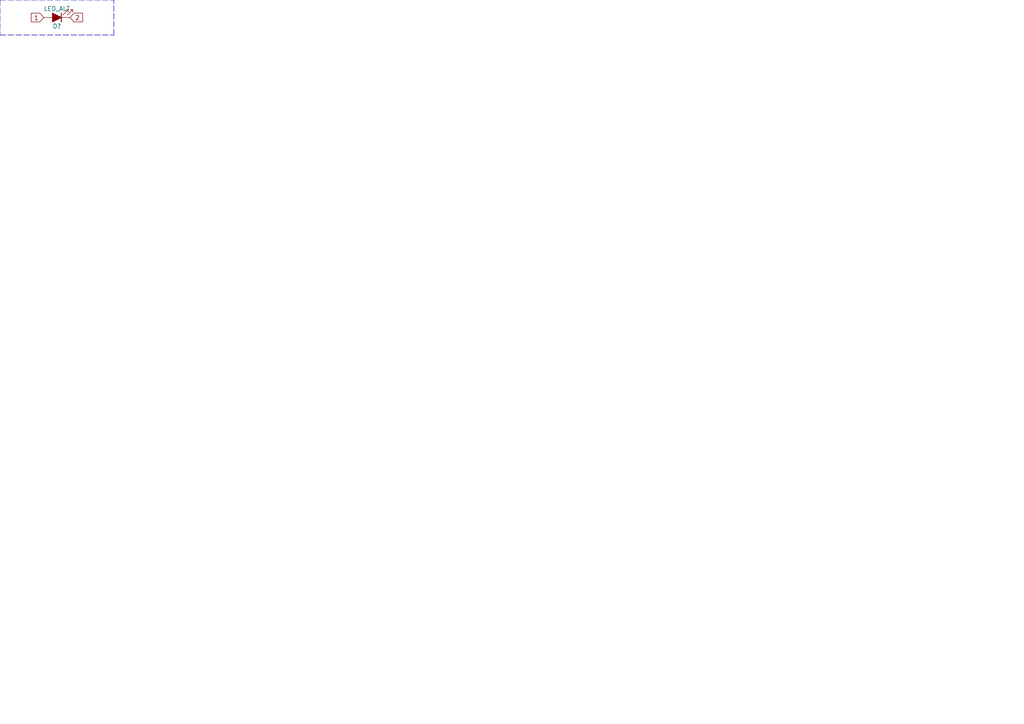
<source format=kicad_sch>
(kicad_sch (version 20201015) (generator eeschema)
  (paper "A4")
  (lib_symbols
    (symbol "Device:LED_ALT" (pin_numbers hide) (pin_names (offset 1.016) hide)
      (property "Reference" "D" (at 0 2.54 0))
      (property "Value" "LED_ALT" (at 0 -2.54 0))
      (symbol "LED_ALT_0_1"
        (polyline (pts (xy -1.27 -1.27) (xy -1.27 1.27)) (stroke (width 0.254)))
        (polyline (pts (xy -1.27 0) (xy 1.27 0)))
        (polyline (pts (xy 1.27 -1.27) (xy 1.27 1.27) (xy -1.27 0) (xy 1.27 -1.27)) (stroke (width 0.254)) (fill (type outline)))
        (polyline (pts (xy -3.048 -0.762) (xy -4.572 -2.286) (xy -3.81 -2.286) (xy -4.572 -2.286) (xy -4.572 -1.524)))
        (polyline (pts (xy -1.778 -0.762) (xy -3.302 -2.286) (xy -2.54 -2.286) (xy -3.302 -2.286) (xy -3.302 -1.524)))
      )
      (symbol "LED_ALT_1_1"
        (pin passive line (at -3.81 0 0) (length 2.54) (name "K") (number "1"))
        (pin passive line (at 3.81 0 180) (length 2.54) (name "A") (number "2"))
      )
    )
  )
  (polyline (pts (xy 0 0) (xy 0 10.16)) (stroke (width 0) (type dash)))
  (polyline (pts (xy 0 0) (xy 33.02 0)) (stroke (width 0) (type dash)))
  (polyline (pts (xy 0 10.16) (xy 33.02 10.16)) (stroke (width 0) (type dash)))
  (polyline (pts (xy 33.02 10.16) (xy 33.02 0)) (stroke (width 0) (type dash)))
  (text "D LED\\d+\nF .*\nV .*" (at 0 0 0) (effects (font (size 1.27 1.27)) (justify left bottom)))
  (global_label "1" (shape input) (at 12.7 5.08 180) (property "Intersheet References" "${INTERSHEET_REFS}" (effects hide)))
  (global_label "2" (shape input) (at 20.32 5.08 0) (property "Intersheet References" "${INTERSHEET_REFS}" (effects hide)))
  (symbol (lib_id "Device:LED_ALT") (at 16.51 5.08 180) (unit 1)
    (property "Reference" "D?" (at 16.51 7.62 0))
    (property "Value" "LED_ALT" (at 16.51 2.54 0))
  )
)
</source>
